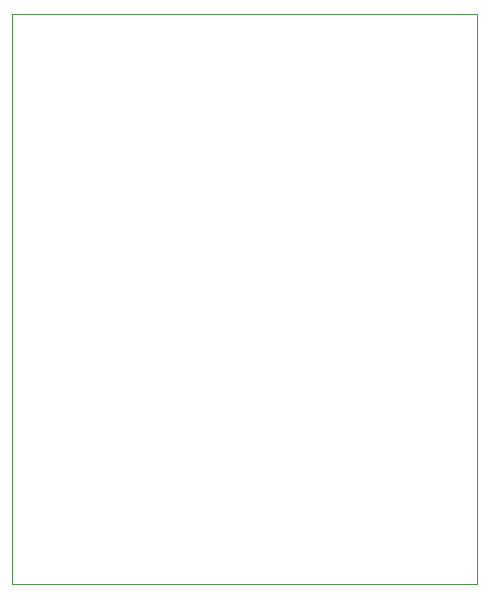
<source format=gbr>
%TF.GenerationSoftware,KiCad,Pcbnew,5.1.7-a382d34a8~88~ubuntu18.04.1*%
%TF.CreationDate,2021-02-15T21:35:44+01:00*%
%TF.ProjectId,test-board-esp32-assembly,74657374-2d62-46f6-9172-642d65737033,test*%
%TF.SameCoordinates,Original*%
%TF.FileFunction,Profile,NP*%
%FSLAX46Y46*%
G04 Gerber Fmt 4.6, Leading zero omitted, Abs format (unit mm)*
G04 Created by KiCad (PCBNEW 5.1.7-a382d34a8~88~ubuntu18.04.1) date 2021-02-15 21:35:44*
%MOMM*%
%LPD*%
G01*
G04 APERTURE LIST*
%TA.AperFunction,Profile*%
%ADD10C,0.050000*%
%TD*%
%TA.AperFunction,Profile*%
%ADD11C,0.000025*%
%TD*%
G04 APERTURE END LIST*
D10*
X119380000Y-109220000D02*
X158750000Y-109220000D01*
X119380000Y-60960000D02*
X119380000Y-109220000D01*
X158750000Y-60960000D02*
X119380000Y-60960000D01*
D11*
X158750000Y-109220000D02*
X158750000Y-60960000D01*
M02*

</source>
